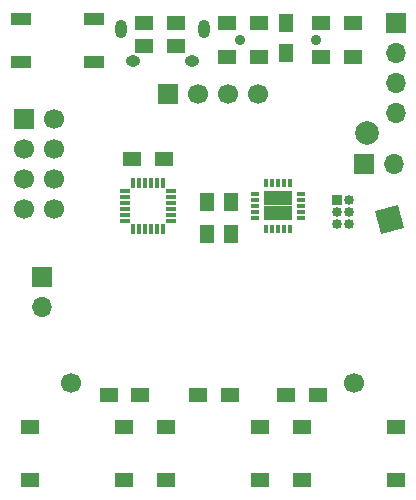
<source format=gts>
G04 #@! TF.FileFunction,Soldermask,Top*
%FSLAX46Y46*%
G04 Gerber Fmt 4.6, Leading zero omitted, Abs format (unit mm)*
G04 Created by KiCad (PCBNEW 4.0.6) date 11/07/17 14:14:17*
%MOMM*%
%LPD*%
G01*
G04 APERTURE LIST*
%ADD10C,0.100000*%
%ADD11R,1.700000X1.700000*%
%ADD12C,1.700000*%
%ADD13O,1.700000X1.700000*%
%ADD14C,2.000000*%
%ADD15R,1.250000X1.500000*%
%ADD16R,1.500000X1.300000*%
%ADD17O,1.250000X0.950000*%
%ADD18O,1.000000X1.550000*%
%ADD19R,1.300000X1.500000*%
%ADD20R,1.800000X1.100000*%
%ADD21R,1.550000X1.300000*%
%ADD22R,0.850000X0.300000*%
%ADD23R,0.300000X0.850000*%
%ADD24R,0.300000X0.730000*%
%ADD25R,0.730000X0.300000*%
%ADD26R,1.250000X1.250000*%
%ADD27C,0.900000*%
%ADD28R,0.850000X0.850000*%
%ADD29O,0.850000X0.850000*%
G04 APERTURE END LIST*
D10*
D11*
X135500000Y-62690000D03*
D12*
X138040000Y-62690000D03*
X135500000Y-65230000D03*
X138040000Y-65230000D03*
X135500000Y-67770000D03*
X138040000Y-67770000D03*
X135500000Y-70310000D03*
X138040000Y-70310000D03*
D11*
X137000000Y-76000000D03*
D13*
X137000000Y-78540000D03*
D10*
G36*
X167691770Y-71848143D02*
X165759918Y-72365781D01*
X165242280Y-70433929D01*
X167174132Y-69916291D01*
X167691770Y-71848143D01*
X167691770Y-71848143D01*
G37*
D14*
X164500000Y-63800000D03*
D15*
X157700000Y-54550000D03*
X157700000Y-57050000D03*
D16*
X148350000Y-54500000D03*
X145650000Y-54500000D03*
X155350000Y-54500000D03*
X152650000Y-54500000D03*
X163350000Y-54500000D03*
X160650000Y-54500000D03*
D17*
X144700000Y-57750000D03*
X149700000Y-57750000D03*
D18*
X143700000Y-55050000D03*
X150700000Y-55050000D03*
D11*
X164300000Y-66500000D03*
D13*
X166840000Y-66500000D03*
D19*
X153000000Y-69650000D03*
X153000000Y-72350000D03*
X151000000Y-69650000D03*
X151000000Y-72350000D03*
D16*
X147350000Y-66000000D03*
X144650000Y-66000000D03*
X145650000Y-56500000D03*
X148350000Y-56500000D03*
X155350000Y-57400000D03*
X152650000Y-57400000D03*
X142650000Y-86000000D03*
X145350000Y-86000000D03*
X163350000Y-57400000D03*
X160650000Y-57400000D03*
X150250000Y-86000000D03*
X152950000Y-86000000D03*
X157650000Y-86000000D03*
X160350000Y-86000000D03*
D20*
X141400000Y-57850000D03*
X135200000Y-57850000D03*
X141400000Y-54150000D03*
X135200000Y-54150000D03*
D21*
X136025000Y-88750000D03*
X143975000Y-88750000D03*
X136025000Y-93250000D03*
X143975000Y-93250000D03*
X147525000Y-88750000D03*
X155475000Y-88750000D03*
X147525000Y-93250000D03*
X155475000Y-93250000D03*
X159025000Y-88750000D03*
X166975000Y-88750000D03*
X159025000Y-93250000D03*
X166975000Y-93250000D03*
D22*
X147950000Y-71250000D03*
X147950000Y-70750000D03*
X147950000Y-70250000D03*
X147950000Y-69750000D03*
X147950000Y-69250000D03*
X147950000Y-68750000D03*
D23*
X147250000Y-68050000D03*
X146750000Y-68050000D03*
X146250000Y-68050000D03*
X145750000Y-68050000D03*
X145250000Y-68050000D03*
X144750000Y-68050000D03*
D22*
X144050000Y-68750000D03*
X144050000Y-69250000D03*
X144050000Y-69750000D03*
X144050000Y-70250000D03*
X144050000Y-70750000D03*
X144050000Y-71250000D03*
D23*
X144750000Y-71950000D03*
X145250000Y-71950000D03*
X145750000Y-71950000D03*
X146250000Y-71950000D03*
X146750000Y-71950000D03*
X147250000Y-71950000D03*
D24*
X156000000Y-71965000D03*
X156500000Y-71965000D03*
X157000000Y-71965000D03*
X157500000Y-71965000D03*
X158000000Y-71965000D03*
D25*
X158965000Y-71000000D03*
X158965000Y-70500000D03*
X158965000Y-70000000D03*
X158965000Y-69500000D03*
X158965000Y-69000000D03*
D24*
X158000000Y-68035000D03*
X157500000Y-68035000D03*
X157000000Y-68035000D03*
X156500000Y-68035000D03*
X156000000Y-68035000D03*
D25*
X155035000Y-69000000D03*
X155035000Y-69500000D03*
X155035000Y-70000000D03*
X155035000Y-70500000D03*
X155035000Y-71000000D03*
D26*
X157625000Y-69375000D03*
X156375000Y-69375000D03*
X157625000Y-70625000D03*
X156375000Y-70625000D03*
D27*
X160200000Y-56000000D03*
X153800000Y-56000000D03*
D28*
X162000000Y-69500000D03*
D29*
X163000000Y-69500000D03*
X162000000Y-70500000D03*
X163000000Y-70500000D03*
X162000000Y-71500000D03*
X163000000Y-71500000D03*
D11*
X147660000Y-60500000D03*
D12*
X150200000Y-60500000D03*
X152740000Y-60500000D03*
X155280000Y-60500000D03*
X139460000Y-85000000D03*
X163460000Y-85000000D03*
D11*
X167000000Y-54500000D03*
D13*
X167000000Y-57040000D03*
X167000000Y-59580000D03*
X167000000Y-62120000D03*
M02*

</source>
